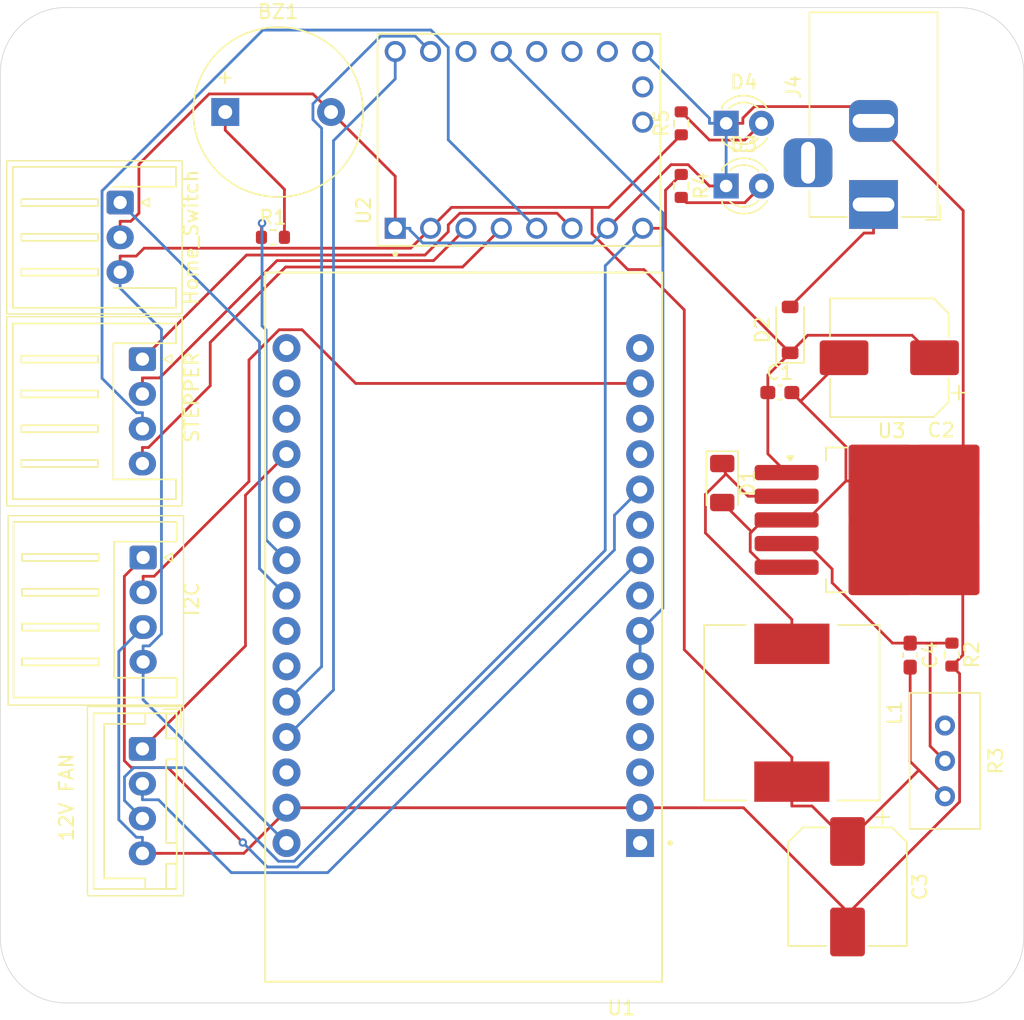
<source format=kicad_pcb>
(kicad_pcb (version 20240108) (generator "pcbnew") (generator_version "8.0")
  (layers (0 "F.Cu" signal) (31 "B.Cu" signal) (34 "B.Paste" user) (35 "F.Paste" user) (36 "B.SilkS" user "B.Silkscreen") (37 "F.SilkS" user "F.Silkscreen") (38 "B.Mask" user) (39 "F.Mask" user) (44 "Edge.Cuts" user))
  (net 0 "")
  (net 1 "GND")
  (net 10 "FAN_PWM")
  (net 11 "I2C_SDA")
  (net 12 "STEP")
  (net 13 "DIR")
  (net 14 "UART")
  (net 15 "Buzzer")
  (net 17 "Home_Switch")
  (net 24 "I2C_SCL")
  (net 27 "M1B")
  (net 32 "M2B")
  (net 34 "M2A")
  (net 35 "M1A")
  (net 37 "Net-(D1-K)")
  (net 38 "FAN_TACH")
  (net 39 "VCC")
  (net 40 "VM")
  (net 41 "Net-(U3-FB)")
  (net 42 "Net-(BZ1-+)")
  (net 43 "Net-(D2-A)")
  (net 44 "Net-(D3-A)")
  (net 45 "Net-(D4-A)")
  (footprint "LED_THT:LED_D3.0mm" (layer "F.Cu") (at 149.7424 52.9236)
    (property "Reference" "D4" (at 1.27 -2.96 0) (layer "F.SilkS"))
    (property "Value" "LED")
    (pad "1" thru_hole rect (at 0 0) (size 1.8 1.8) (drill 0.9) (layers "*.Cu" "*.Mask") (net 1 "GND"))
    (pad "2" thru_hole circle (at 2.54 0) (size 1.8 1.8) (drill 0.9) (layers "*.Cu" "*.Mask") (net 45 "Net-(D4-A)"))
  )
  (footprint "Resistor_SMD:R_0603_1608Metric" (layer "F.Cu") (at 146.5174 57.4236 -90)
    (property "Reference" "R4" (at 0 -1.43 90) (layer "F.SilkS"))
    (property "Value" "470Ω")
    (pad "1" smd roundrect (at -0.825 0 270) (size 0.8 0.95) (layers "F.Cu" "F.Paste" "F.Mask") (net 40 "VM"))
    (pad "2" smd roundrect (at 0.825 0 270) (size 0.8 0.95) (layers "F.Cu" "F.Paste" "F.Mask") (net 44 "Net-(D3-A)"))
  )
  (footprint "Inductor_SMD:L_12x12mm_H8mm" (layer "F.Cu") (at 154.4624 95.2636 -90)
    (property "Reference" "L1" (at 0 -7.4 90) (layer "F.SilkS"))
    (property "Value" "33uH")
    (pad "1" smd rect (at -4.95 0 270) (size 2.9 5.4) (layers "F.Cu" "F.Paste" "F.Mask") (net 37 "Net-(D1-K)"))
    (pad "2" smd rect (at 4.95 0 270) (size 2.9 5.4) (layers "F.Cu" "F.Paste" "F.Mask") (net 39 "VCC"))
  )
  (footprint "Resistor_SMD:R_0603_1608Metric" (layer "F.Cu") (at 117.1874 61.1136)
    (property "Reference" "R1" (at 0 -1.43 0) (layer "F.SilkS"))
    (property "Value" "220Ω")
    (pad "1" smd roundrect (at -0.825 0) (size 0.8 0.95) (layers "F.Cu" "F.Paste" "F.Mask") (net 15 "Buzzer"))
    (pad "2" smd roundrect (at 0.825 0) (size 0.8 0.95) (layers "F.Cu" "F.Paste" "F.Mask") (net 42 "Net-(BZ1-+)"))
  )
  (footprint "Capacitor_SMD:C_0603_1608Metric_Pad1.08x0.95mm_HandSolder" (layer "F.Cu") (at 153.5999 72.2636)
    (property "Reference" "C1" (at 0 -1.43 0) (layer "F.SilkS"))
    (property "Value" "0.1uF")
    (pad "1" smd roundrect (at -0.8625 0) (size 1.075 0.95) (layers "F.Cu" "F.Paste" "F.Mask") (net 40 "VM"))
    (pad "2" smd roundrect (at 0.8625 0) (size 1.075 0.95) (layers "F.Cu" "F.Paste" "F.Mask") (net 1 "GND"))
  )
  (footprint "Package_TO_SOT_SMD:TO-263-5_TabPin3" (layer "F.Cu") (at 161.7374 81.4136)
    (property "Reference" "U3" (at -0.109 -6.398 0) (layer "F.SilkS"))
    (property "Value" "LM2596S-ADJ")
    (pad "1" smd roundrect (at -7.65 -3.4) (size 4.6 1.1) (layers "F.Cu" "F.Paste" "F.Mask") (roundrect_rratio 0.227273) (net 40 "VM"))
    (pad "2" smd roundrect (at -7.65 -1.7) (size 4.6 1.1) (layers "F.Cu" "F.Paste" "F.Mask") (roundrect_rratio 0.227273) (net 37 "Net-(D1-K)"))
    (pad "3" smd roundrect (at -7.65 0) (size 4.6 1.1) (layers "F.Cu" "F.Paste" "F.Mask") (roundrect_rratio 0.227273) (net 1 "GND"))
    (pad "3" smd roundrect (at -0.925 -2.775) (size 4.55 5.25) (layers "F.Cu" "F.Paste") (roundrect_rratio 0.054945) (net 1 "GND"))
    (pad "3" smd roundrect (at -0.925 2.775) (size 4.55 5.25) (layers "F.Cu" "F.Paste") (roundrect_rratio 0.054945) (net 1 "GND"))
    (pad "3" smd roundrect (at 1.5 0) (size 9.4 10.8) (layers "F.Cu" "F.Mask") (roundrect_rratio 0.026596) (net 1 "GND"))
    (pad "3" smd roundrect (at 3.925 -2.775) (size 4.55 5.25) (layers "F.Cu" "F.Paste") (roundrect_rratio 0.054945) (net 1 "GND"))
    (pad "3" smd roundrect (at 3.925 2.775) (size 4.55 5.25) (layers "F.Cu" "F.Paste") (roundrect_rratio 0.054945) (net 1 "GND"))
    (pad "4" smd roundrect (at -7.65 1.7) (size 4.6 1.1) (layers "F.Cu" "F.Paste" "F.Mask") (roundrect_rratio 0.227273) (net 41 "Net-(U3-FB)"))
    (pad "5" smd roundrect (at -7.65 3.4) (size 4.6 1.1) (layers "F.Cu" "F.Paste" "F.Mask") (roundrect_rratio 0.227273) (net 1 "GND"))
  )
  (footprint "Potentiometer_THT:Potentiometer_Bourns_3296W_Vertical" (layer "F.Cu") (at 165.4624 101.2636 -90)
    (property "Reference" "R3" (at -2.54 -3.66 90) (layer "F.SilkS"))
    (property "Value" "R_Trim")
    (pad "1" thru_hole circle (at 0 0 270) (size 1.44 1.44) (drill 0.8) (layers "*.Cu" "*.Mask") (net 39 "VCC"))
    (pad "2" thru_hole circle (at -2.54 0 270) (size 1.44 1.44) (drill 0.8) (layers "*.Cu" "*.Mask") (net 41 "Net-(U3-FB)"))
    (pad "3" thru_hole circle (at -5.08 0 270) (size 1.44 1.44) (drill 0.8) (layers "*.Cu" "*.Mask"))
  )
  (footprint "TMC2209:MODULE_TMC2209_SILENTSTEPSTICK" (layer "F.Cu") (at 134.8624 54.1136 90)
    (property "Reference" "U2" (at -5.075 -11.155 90) (layer "F.SilkS"))
    (property "Value" "TMC2209_SILENTSTEPSTICK" (hide yes))
    (pad "1" thru_hole rect (at -6.35 -8.89 90) (size 1.508 1.508) (drill 1) (layers "*.Cu" "*.Mask") (net 1 "GND"))
    (pad "2" thru_hole circle (at -6.35 -6.35 90) (size 1.508 1.508) (drill 1) (layers "*.Cu" "*.Mask") (net 39 "VCC"))
    (pad "3" thru_hole circle (at -6.35 -3.81 90) (size 1.508 1.508) (drill 1) (layers "*.Cu" "*.Mask") (net 27 "M1B"))
    (pad "4" thru_hole circle (at -6.35 -1.27 90) (size 1.508 1.508) (drill 1) (layers "*.Cu" "*.Mask") (net 35 "M1A"))
    (pad "5" thru_hole circle (at -6.35 1.27 90) (size 1.508 1.508) (drill 1) (layers "*.Cu" "*.Mask") (net 34 "M2A"))
    (pad "6" thru_hole circle (at -6.35 3.81 90) (size 1.508 1.508) (drill 1) (layers "*.Cu" "*.Mask") (net 32 "M2B"))
    (pad "7" thru_hole circle (at -6.35 6.35 90) (size 1.508 1.508) (drill 1) (layers "*.Cu" "*.Mask") (net 1 "GND"))
    (pad "8" thru_hole circle (at -6.35 8.89 90) (size 1.508 1.508) (drill 1) (layers "*.Cu" "*.Mask") (net 40 "VM"))
    (pad "9" thru_hole circle (at 6.35 -8.89 90) (size 1.508 1.508) (drill 1) (layers "*.Cu" "*.Mask") (net 13 "DIR"))
    (pad "10" thru_hole circle (at 6.35 -6.35 90) (size 1.508 1.508) (drill 1) (layers "*.Cu" "*.Mask") (net 12 "STEP"))
    (pad "11" thru_hole circle (at 6.35 -3.81 90) (size 1.508 1.508) (drill 1) (layers "*.Cu" "*.Mask"))
    (pad "12" thru_hole circle (at 6.35 -1.27 90) (size 1.508 1.508) (drill 1) (layers "*.Cu" "*.Mask") (net 14 "UART"))
    (pad "13" thru_hole circle (at 6.35 1.27 90) (size 1.508 1.508) (drill 1) (layers "*.Cu" "*.Mask"))
    (pad "14" thru_hole circle (at 6.35 3.81 90) (size 1.508 1.508) (drill 1) (layers "*.Cu" "*.Mask"))
    (pad "15" thru_hole circle (at 6.35 6.35 90) (size 1.508 1.508) (drill 1) (layers "*.Cu" "*.Mask"))
    (pad "16" thru_hole circle (at 6.35 8.89 90) (size 1.508 1.508) (drill 1) (layers "*.Cu" "*.Mask") (net 1 "GND"))
    (pad "17" thru_hole circle (at 1.27 8.89 90) (size 1.508 1.508) (drill 1) (layers "*.Cu" "*.Mask"))
    (pad "18" thru_hole circle (at 3.81 8.89 90) (size 1.508 1.508) (drill 1) (layers "*.Cu" "*.Mask"))
  )
  (footprint "ESP32-DEVKIT-V1:MODULE_ESP32_DEVKIT_V1" (layer "F.Cu") (at 130.8624 89.1136 180)
    (property "Reference" "U1" (at -11.355 -27.36 0) (layer "F.SilkS"))
    (property "Value" "ESP32-DEVKIT-V1")
    (pad "" np_thru_hole circle (at -12.28 -23.475 180) (size 3 3) (drill 3) (layers "*.Cu" "*.Mask"))
    (pad "" np_thru_hole circle (at -12.28 23.475 180) (size 3 3) (drill 3) (layers "*.Cu" "*.Mask"))
    (pad "" np_thru_hole circle (at 12.23 -23.475 180) (size 3 3) (drill 3) (layers "*.Cu" "*.Mask"))
    (pad "" np_thru_hole circle (at 12.23 23.475 180) (size 3 3) (drill 3) (layers "*.Cu" "*.Mask"))
    (pad "1" thru_hole rect (at -12.7 -15.515 180) (size 2 2) (drill 1.02) (layers "*.Cu" "*.Mask"))
    (pad "2" thru_hole circle (at -12.7 -12.975 180) (size 2 2) (drill 1.02) (layers "*.Cu" "*.Mask") (net 1 "GND"))
    (pad "3" thru_hole circle (at -12.7 -10.435 180) (size 2 2) (drill 1.02) (layers "*.Cu" "*.Mask"))
    (pad "4" thru_hole circle (at -12.7 -7.895 180) (size 2 2) (drill 1.02) (layers "*.Cu" "*.Mask"))
    (pad "5" thru_hole circle (at -12.7 -5.355 180) (size 2 2) (drill 1.02) (layers "*.Cu" "*.Mask"))
    (pad "6" thru_hole circle (at -12.7 -2.815 180) (size 2 2) (drill 1.02) (layers "*.Cu" "*.Mask") (net 14 "UART"))
    (pad "7" thru_hole circle (at -12.7 -0.275 180) (size 2 2) (drill 1.02) (layers "*.Cu" "*.Mask") (net 14 "UART"))
    (pad "8" thru_hole circle (at -12.7 2.265 180) (size 2 2) (drill 1.02) (layers "*.Cu" "*.Mask"))
    (pad "9" thru_hole circle (at -12.7 4.805 180) (size 2 2) (drill 1.02) (layers "*.Cu" "*.Mask") (net 38 "FAN_TACH"))
    (pad "10" thru_hole circle (at -12.7 7.345 180) (size 2 2) (drill 1.02) (layers "*.Cu" "*.Mask"))
    (pad "11" thru_hole circle (at -12.7 9.885 180) (size 2 2) (drill 1.02) (layers "*.Cu" "*.Mask") (net 11 "I2C_SDA"))
    (pad "12" thru_hole circle (at -12.7 12.425 180) (size 2 2) (drill 1.02) (layers "*.Cu" "*.Mask"))
    (pad "13" thru_hole circle (at -12.7 14.965 180) (size 2 2) (drill 1.02) (layers "*.Cu" "*.Mask"))
    (pad "14" thru_hole circle (at -12.7 17.505 180) (size 2 2) (drill 1.02) (layers "*.Cu" "*.Mask") (net 24 "I2C_SCL"))
    (pad "15" thru_hole circle (at -12.7 20.045 180) (size 2 2) (drill 1.02) (layers "*.Cu" "*.Mask"))
    (pad "16" thru_hole circle (at 12.7 20.045 180) (size 2 2) (drill 1.02) (layers "*.Cu" "*.Mask"))
    (pad "17" thru_hole circle (at 12.7 17.505 180) (size 2 2) (drill 1.02) (layers "*.Cu" "*.Mask"))
    (pad "18" thru_hole circle (at 12.7 14.965 180) (size 2 2) (drill 1.02) (layers "*.Cu" "*.Mask"))
    (pad "19" thru_hole circle (at 12.7 12.425 180) (size 2 2) (drill 1.02) (layers "*.Cu" "*.Mask") (net 10 "FAN_PWM"))
    (pad "20" thru_hole circle (at 12.7 9.885 180) (size 2 2) (drill 1.02) (layers "*.Cu" "*.Mask"))
    (pad "21" thru_hole circle (at 12.7 7.345 180) (size 2 2) (drill 1.02) (layers "*.Cu" "*.Mask"))
    (pad "22" thru_hole circle (at 12.7 4.805 180) (size 2 2) (drill 1.02) (layers "*.Cu" "*.Mask") (net 15 "Buzzer"))
    (pad "23" thru_hole circle (at 12.7 2.265 180) (size 2 2) (drill 1.02) (layers "*.Cu" "*.Mask") (net 17 "Home_Switch"))
    (pad "24" thru_hole circle (at 12.7 -0.275 180) (size 2 2) (drill 1.02) (layers "*.Cu" "*.Mask"))
    (pad "25" thru_hole circle (at 12.7 -2.815 180) (size 2 2) (drill 1.02) (layers "*.Cu" "*.Mask"))
    (pad "26" thru_hole circle (at 12.7 -5.355 180) (size 2 2) (drill 1.02) (layers "*.Cu" "*.Mask") (net 12 "STEP"))
    (pad "27" thru_hole circle (at 12.7 -7.895 180) (size 2 2) (drill 1.02) (layers "*.Cu" "*.Mask") (net 13 "DIR"))
    (pad "28" thru_hole circle (at 12.7 -10.435 180) (size 2 2) (drill 1.02) (layers "*.Cu" "*.Mask"))
    (pad "29" thru_hole circle (at 12.7 -12.975 180) (size 2 2) (drill 1.02) (layers "*.Cu" "*.Mask") (net 1 "GND"))
    (pad "30" thru_hole circle (at 12.7 -15.515 180) (size 2 2) (drill 1.02) (layers "*.Cu" "*.Mask") (net 39 "VCC"))
  )
  (footprint "LED_THT:LED_D3.0mm" (layer "F.Cu") (at 149.7424 57.4236)
    (property "Reference" "D3" (at 1.27 -2.96 0) (layer "F.SilkS"))
    (property "Value" "LED")
    (pad "1" thru_hole rect (at 0 0) (size 1.8 1.8) (drill 0.9) (layers "*.Cu" "*.Mask") (net 1 "GND"))
    (pad "2" thru_hole circle (at 2.54 0) (size 1.8 1.8) (drill 0.9) (layers "*.Cu" "*.Mask") (net 44 "Net-(D3-A)"))
  )
  (footprint "Diode_SMD:D_SOD-123" (layer "F.Cu") (at 154.3374 67.7636 90)
    (property "Reference" "D2" (at 0 -2 90) (layer "F.SilkS"))
    (property "Value" "1N5819 ")
    (pad "1" smd roundrect (at -1.65 0 90) (size 0.9 1.2) (layers "F.Cu" "F.Paste" "F.Mask") (net 40 "VM"))
    (pad "2" smd roundrect (at 1.65 0 90) (size 0.9 1.2) (layers "F.Cu" "F.Paste" "F.Mask") (net 43 "Net-(D2-A)"))
  )
  (footprint "Buzzer_Beeper:Buzzer_12x9.5RM7.6" (layer "F.Cu") (at 113.7624 52.1136)
    (property "Reference" "BZ1" (at 3.8 -7.2 0) (layer "F.SilkS"))
    (property "Value" "Buzzer")
    (fp_text user "+" (at -0.01 -2.54 0) (layer "F.SilkS"))
    (pad "1" thru_hole rect (at 0 0) (size 2 2) (drill 1) (layers "*.Cu" "*.Mask") (net 42 "Net-(BZ1-+)"))
    (pad "2" thru_hole circle (at 7.6 0) (size 2 2) (drill 1) (layers "*.Cu" "*.Mask") (net 1 "GND"))
  )
  (footprint "Connector_JST:JST_XH_S3B-XH-A-1_1x03_P2.50mm_Horizontal" (layer "F.Cu") (at 106.2124 58.6136 -90)
    (property "Reference" "Home_Switch" (at 2.5 -5.1 90) (layer "F.SilkS"))
    (property "Value" "Home_Switch")
    (pad "1" thru_hole roundrect (at 0 0 270) (size 1.7 1.95) (drill 0.95) (layers "*.Cu" "*.Mask") (roundrect_rratio 0.147059) (net 17 "Home_Switch"))
    (pad "2" thru_hole oval (at 2.5 0 270) (size 1.7 1.95) (drill 0.95) (layers "*.Cu" "*.Mask") (net 1 "GND"))
    (pad "3" thru_hole oval (at 5 0 270) (size 1.7 1.95) (drill 0.95) (layers "*.Cu" "*.Mask") (net 39 "VCC"))
  )
  (footprint "Diode_SMD:D_1206_3216Metric" (layer "F.Cu") (at 149.4624 78.7636 -90)
    (property "Reference" "D1" (at 0 -1.82 90) (layer "F.SilkS"))
    (property "Value" "1N5822")
    (pad "1" smd roundrect (at -1.4 0 270) (size 1.25 1.75) (layers "F.Cu" "F.Paste" "F.Mask") (roundrect_rratio 0.2) (net 37 "Net-(D1-K)"))
    (pad "2" smd roundrect (at 1.4 0 270) (size 1.25 1.75) (layers "F.Cu" "F.Paste" "F.Mask") (roundrect_rratio 0.2) (net 1 "GND"))
  )
  (footprint "Connector_JST:JST_XH_B4B-XH-A_1x04_P2.50mm_Vertical" (layer "F.Cu") (at 107.8124 97.8636 -90)
    (property "Reference" "J5" (hide yes))
    (property "Value" "12V FAN" (at 3.4824 5.4504 -90) (layer "F.SilkS"))
    (pad "1" thru_hole roundrect (at 0 0 270) (size 1.7 1.95) (drill 0.95) (layers "*.Cu" "*.Mask") (roundrect_rratio 0.147059) (net 10 "FAN_PWM"))
    (pad "2" thru_hole oval (at 2.5 0 270) (size 1.7 1.95) (drill 0.95) (layers "*.Cu" "*.Mask") (net 38 "FAN_TACH"))
    (pad "3" thru_hole oval (at 5 0 270) (size 1.7 1.95) (drill 0.95) (layers "*.Cu" "*.Mask") (net 40 "VM"))
    (pad "4" thru_hole oval (at 7.5 0 270) (size 1.7 1.95) (drill 0.95) (layers "*.Cu" "*.Mask") (net 1 "GND"))
  )
  (footprint "Capacitor_SMD:C_0603_1608Metric_Pad1.08x0.95mm_HandSolder" (layer "F.Cu") (at 162.9624 91.1261 -90)
    (property "Reference" "C4" (at 0 -1.43 90) (layer "F.SilkS"))
    (property "Value" "C")
    (pad "1" smd roundrect (at -0.8625 0 270) (size 1.075 0.95) (layers "F.Cu" "F.Paste" "F.Mask") (net 41 "Net-(U3-FB)"))
    (pad "2" smd roundrect (at 0.8625 0 270) (size 1.075 0.95) (layers "F.Cu" "F.Paste" "F.Mask") (net 39 "VCC"))
  )
  (footprint "Capacitor_SMD:CP_Elec_8x10" (layer "F.Cu") (at 158.4624 107.7636 -90)
    (property "Reference" "C3" (at 0 -5.2 90) (layer "F.SilkS"))
    (property "Value" "220uF")
    (pad "1" smd roundrect (at -3.25 0 270) (size 3.5 2.5) (layers "F.Cu" "F.Paste" "F.Mask") (roundrect_rratio 0.1) (net 39 "VCC"))
    (pad "2" smd roundrect (at 3.25 0 270) (size 3.5 2.5) (layers "F.Cu" "F.Paste" "F.Mask") (roundrect_rratio 0.1) (net 1 "GND"))
  )
  (footprint "Connector_JST:JST_XH_S4B-XH-A_1x04_P2.50mm_Horizontal" (layer "F.Cu") (at 107.8624 84.1136 -90)
    (property "Reference" "J3" (hide yes))
    (property "Value" "I2C" (at 3 -3.5 90) (layer "F.SilkS"))
    (pad "1" thru_hole roundrect (at 0 0 270) (size 1.7 1.95) (drill 0.95) (layers "*.Cu" "*.Mask") (roundrect_rratio 0.147059) (net 11 "I2C_SDA"))
    (pad "2" thru_hole oval (at 2.5 0 270) (size 1.7 1.95) (drill 0.95) (layers "*.Cu" "*.Mask") (net 24 "I2C_SCL"))
    (pad "3" thru_hole oval (at 5 0 270) (size 1.7 1.95) (drill 0.95) (layers "*.Cu" "*.Mask") (net 1 "GND"))
    (pad "4" thru_hole oval (at 7.5 0 270) (size 1.7 1.95) (drill 0.95) (layers "*.Cu" "*.Mask") (net 39 "VCC"))
  )
  (footprint "Connector_JST:JST_XH_S4B-XH-A_1x04_P2.50mm_Horizontal" (layer "F.Cu") (at 107.8124 69.8636 -90)
    (property "Reference" "J2" (hide yes))
    (property "Value" "STEPPER" (at 2.75 -3.55 90) (layer "F.SilkS"))
    (pad "1" thru_hole roundrect (at 0 0 270) (size 1.7 1.95) (drill 0.95) (layers "*.Cu" "*.Mask") (roundrect_rratio 0.147059) (net 32 "M2B"))
    (pad "2" thru_hole oval (at 2.5 0 270) (size 1.7 1.95) (drill 0.95) (layers "*.Cu" "*.Mask") (net 27 "M1B"))
    (pad "3" thru_hole oval (at 5 0 270) (size 1.7 1.95) (drill 0.95) (layers "*.Cu" "*.Mask") (net 34 "M2A"))
    (pad "4" thru_hole oval (at 7.5 0 270) (size 1.7 1.95) (drill 0.95) (layers "*.Cu" "*.Mask") (net 35 "M1A"))
  )
  (footprint "Capacitor_SMD:CP_Elec_8x10" (layer "F.Cu") (at 161.4624 69.7636 180)
    (property "Reference" "C2" (at -3.722 -5.2 0) (layer "F.SilkS"))
    (property "Value" "100uF")
    (pad "1" smd roundrect (at -3.25 0 180) (size 3.5 2.5) (layers "F.Cu" "F.Paste" "F.Mask") (roundrect_rratio 0.1) (net 40 "VM"))
    (pad "2" smd roundrect (at 3.25 0 180) (size 3.5 2.5) (layers "F.Cu" "F.Paste" "F.Mask") (roundrect_rratio 0.1) (net 1 "GND"))
  )
  (footprint "Resistor_SMD:R_0603_1608Metric" (layer "F.Cu") (at 146.5174 52.9236 90)
    (property "Reference" "R5" (at 0 -1.43 90) (layer "F.SilkS"))
    (property "Value" "150Ω")
    (pad "1" smd roundrect (at -0.825 0 90) (size 0.8 0.95) (layers "F.Cu" "F.Paste" "F.Mask") (net 39 "VCC"))
    (pad "2" smd roundrect (at 0.825 0 90) (size 0.8 0.95) (layers "F.Cu" "F.Paste" "F.Mask") (net 45 "Net-(D4-A)"))
  )
  (footprint "Connector_BarrelJack:BarrelJack_Horizontal" (layer "F.Cu") (at 160.3299 58.7536 -90)
    (property "Reference" "J4" (at -8.45 5.75 90) (layer "F.SilkS"))
    (property "Value" "Barrel_Jack")
    (pad "1" thru_hole rect (at 0 0 270) (size 3.5 3.5) (drill oval 1 3) (layers "*.Cu" "*.Mask") (net 43 "Net-(D2-A)"))
    (pad "2" thru_hole roundrect (at -6 0 270) (size 3 3.5) (drill oval 1 3) (layers "*.Cu" "*.Mask") (net 1 "GND"))
    (pad "3" thru_hole roundrect (at -3 4.7 270) (size 3.5 3.5) (drill oval 3 1) (layers "*.Cu" "*.Mask"))
  )
  (footprint "Resistor_SMD:R_0603_1608Metric" (layer "F.Cu") (at 165.9624 91.0886 -90)
    (property "Reference" "R2" (at 0 -1.43 90) (layer "F.SilkS"))
    (property "Value" "1kΩ")
    (pad "1" smd roundrect (at -0.825 0 270) (size 0.8 0.95) (layers "F.Cu" "F.Paste" "F.Mask") (net 41 "Net-(U3-FB)"))
    (pad "2" smd roundrect (at 0.825 0 270) (size 0.8 0.95) (layers "F.Cu" "F.Paste" "F.Mask") (net 1 "GND"))
  )
  (gr_rect (start 98.1624 81.1136) (end 110.7624 94.7136) (stroke (width 0.1)) (fill none) (layer "F.SilkS"))
  (gr_rect (start 98.0624 55.6136) (end 110.6624 66.6136) (stroke (width 0.1)) (fill none) (layer "F.SilkS"))
  (gr_rect (start 103.8624 94.8136) (end 110.7624 108.4136) (stroke (width 0.1)) (fill none) (layer "F.SilkS"))
  (gr_rect (start 98.0624 66.8136) (end 110.6624 80.4136) (stroke (width 0.1)) (fill none) (layer "F.SilkS"))
  (gr_arc (start 171.118998 111.410198) (mid 169.7424 114.7336) (end 166.418998 116.110198) (stroke (width 0.05)) (layer "Edge.Cuts"))
  (gr_line (start 97.605802 111.410198) (end 97.605802 49.307002) (stroke (width 0.05)) (layer "Edge.Cuts"))
  (gr_line (start 102.305802 44.607002) (end 166.418998 44.607002) (stroke (width 0.05)) (layer "Edge.Cuts"))
  (gr_line (start 166.418998 116.110198) (end 102.305802 116.110198) (stroke (width 0.05)) (layer "Edge.Cuts"))
  (gr_line (start 171.118998 49.307002) (end 171.118998 111.410198) (stroke (width 0.05)) (layer "Edge.Cuts"))
  (gr_arc (start 166.418998 44.607002) (mid 169.7424 45.9836) (end 171.118998 49.307002) (stroke (width 0.05)) (layer "Edge.Cuts"))
  (gr_arc (start 97.605802 49.307002) (mid 98.9824 45.9836) (end 102.305802 44.607002) (stroke (width 0.05)) (layer "Edge.Cuts"))
  (gr_arc (start 102.305802 116.110198) (mid 98.9824 114.7336) (end 97.605802 111.410198) (stroke (width 0.05)) (layer "Edge.Cuts"))
  (segment (start 158.3489 76.1501) (end 155.0874 72.8886) (width 0.2) (layer "F.Cu") (net 1))
  (segment (start 115.095 105.3636) (end 118.1624 102.2962) (width 0.2) (layer "F.Cu") (net 1))
  (segment (start 151.4743 82.3637) (end 151.4743 83.6802) (width 0.2) (layer "F.Cu") (net 1))
  (segment (start 107.8124 105.3636) (end 109.0891 105.3636) (width 0.2) (layer "F.Cu") (net 1))
  (segment (start 158.3489 78.6153) (end 160.7891 78.6153) (width 0.2) (layer "F.Cu") (net 1))
  (segment (start 162.3749 82.6261) (end 160.8124 84.1886) (width 0.2) (layer "F.Cu") (net 1))
  (segment (start 166.7721 77.5289) (end 165.6624 78.6386) (width 0.2) (layer "F.Cu") (net 1))
  (segment (start 160.8124 78.6386) (end 163.2374 81.0636) (width 0.2) (layer "F.Cu") (net 1))
  (segment (start 120.0607 50.8119) (end 112.6085 50.8119) (width 0.2) (layer "F.Cu") (net 1))
  (segment (start 125.9724 56.7236) (end 121.3624 52.1136) (width 0.2) (layer "F.Cu") (net 1))
  (segment (start 145.7819 55.8941) (end 141.2124 60.4636) (width 0.2) (layer "F.Cu") (net 1))
  (segment (start 166.5132 92.4644) (end 166.5132 101.6671) (width 0.2) (layer "F.Cu") (net 1))
  (segment (start 154.0874 81.4136) (end 155.5506 81.4136) (width 0.2) (layer "F.Cu") (net 1))
  (segment (start 163.2374 81.0636) (end 163.2374 81.4136) (width 0.2) (layer "F.Cu") (net 1))
  (segment (start 159.2982 51.7219) (end 151.7702 51.7219) (width 0.2) (layer "F.Cu") (net 1))
  (segment (start 112.6085 50.8119) (end 107.5612 55.8592) (width 0.2) (layer "F.Cu") (net 1))
  (segment (start 158.2124 69.7636) (end 155.0874 72.8886) (width 0.2) (layer "F.Cu") (net 1))
  (segment (start 125.9724 60.4636) (end 125.9724 56.7236) (width 0.2) (layer "F.Cu") (net 1))
  (segment (start 163.2374 81.4136) (end 163.2374 82.6261) (width 0.2) (layer "F.Cu") (net 1))
  (segment (start 151.4743 83.6802) (end 152.6077 84.8136) (width 0.2) (layer "F.Cu") (net 1))
  (segment (start 166.7409 91.1351) (end 165.9624 91.9136) (width 0.2) (layer "F.Cu") (net 1))
  (segment (start 158.3489 78.6153) (end 158.3489 76.1501) (width 0.2) (layer "F.Cu") (net 1))
  (segment (start 166.7721 59.1958) (end 166.7721 77.5289) (width 0.2) (layer "F.Cu") (net 1))
  (segment (start 155.5506 81.4136) (end 158.3489 78.6153) (width 0.2) (layer "F.Cu") (net 1))
  (segment (start 158.6179 109.5624) (end 158.4624 109.5624) (width 0.2) (layer "F.Cu") (net 1))
  (segment (start 163.2374 82.6261) (end 162.3749 82.6261) (width 0.2) (layer "F.Cu") (net 1))
  (segment (start 166.7409 85.2671) (end 166.7409 91.1351) (width 0.2) (layer "F.Cu") (net 1))
  (segment (start 164.0999 82.6261) (end 163.2374 82.6261) (width 0.2) (layer "F.Cu") (net 1))
  (segment (start 149.7424 52.9236) (end 150.9441 52.9236) (width 0.2) (layer "F.Cu") (net 1))
  (segment (start 165.6624 84.1886) (end 164.0999 82.6261) (width 0.2) (layer "F.Cu") (net 1))
  (segment (start 160.3299 52.7536) (end 166.7721 59.1958) (width 0.2) (layer "F.Cu") (net 1))
  (segment (start 148.5407 57.4236) (end 147.0112 55.8941) (width 0.2) (layer "F.Cu") (net 1))
  (segment (start 158.4624 109.5624) (end 150.9886 102.0886) (width 0.2) (layer "F.Cu") (net 1))
  (segment (start 166.5132 101.6671) (end 158.6179 109.5624) (width 0.2) (layer "F.Cu") (net 1))
  (segment (start 165.9624 91.9136) (end 166.5132 92.4644) (width 0.2) (layer "F.Cu") (net 1))
  (segment (start 109.0891 105.3636) (end 115.095 105.3636) (width 0.2) (layer "F.Cu") (net 1))
  (segment (start 160.3299 52.7536) (end 159.2982 51.7219) (width 0.2) (layer "F.Cu") (net 1))
  (segment (start 150.9886 102.0886) (end 143.5624 102.0886) (width 0.2) (layer "F.Cu") (net 1))
  (segment (start 106.9798 59.9619) (end 106.2124 59.9619) (width 0.2) (layer "F.Cu") (net 1))
  (segment (start 152.4244 81.4136) (end 154.0874 81.4136) (width 0.2) (layer "F.Cu") (net 1))
  (segment (start 118.1624 102.2962) (end 118.1624 102.0886) (width 0.2) (layer "F.Cu") (net 1))
  (segment (start 165.6624 78.6386) (end 163.2374 81.0636) (width 0.2) (layer "F.Cu") (net 1))
  (segment (start 152.6077 84.8136) (end 154.0874 84.8136) (width 0.2) (layer "F.Cu") (net 1))
  (segment (start 165.6624 84.1886) (end 166.7409 85.2671) (width 0.2) (layer "F.Cu") (net 1))
  (segment (start 155.0874 72.8886) (end 154.4624 72.2636) (width 0.2) (layer "F.Cu") (net 1))
  (segment (start 160.7891 78.6153) (end 160.8124 78.6386) (width 0.2) (layer "F.Cu") (net 1))
  (segment (start 151.5684 82.2696) (end 151.4743 82.3637) (width 0.2) (layer "F.Cu") (net 1))
  (segment (start 149.7424 57.4236) (end 148.5407 57.4236) (width 0.2) (layer "F.Cu") (net 1))
  (segment (start 147.0112 55.8941) (end 145.7819 55.8941) (width 0.2) (layer "F.Cu") (net 1))
  (segment (start 151.7702 51.7219) (end 150.9441 52.548) (width 0.2) (layer "F.Cu") (net 1))
  (segment (start 107.5612 55.8592) (end 107.5612 59.3805) (width 0.2) (layer "F.Cu") (net 1))
  (segment (start 150.9441 52.548) (end 150.9441 52.9236) (width 0.2) (layer "F.Cu") (net 1))
  (segment (start 151.5684 82.2696) (end 152.4244 81.4136) (width 0.2) (layer "F.Cu") (net 1))
  (segment (start 143.5624 102.0886) (end 118.1624 102.0886) (width 0.2) (layer "F.Cu") (net 1))
  (segment (start 106.2124 61.1136) (end 106.2124 59.9619) (width 0.2) (layer "F.Cu") (net 1))
  (segment (start 151.5684 82.2696) (end 149.4624 80.1636) (width 0.2) (layer "F.Cu") (net 1))
  (segment (start 121.3624 52.1136) (end 120.0607 50.8119) (width 0.2) (layer "F.Cu") (net 1))
  (segment (start 158.4624 111.0136) (end 158.4624 109.5624) (width 0.2) (layer "F.Cu") (net 1))
  (segment (start 107.5612 59.3805) (end 106.9798 59.9619) (width 0.2) (layer "F.Cu") (net 1))
  (segment (start 148.5407 52.9236) (end 148.5407 52.5519) (width 0.2) (layer "B.Cu") (net 1))
  (segment (start 140.1567 61.5193) (end 127.9517 61.5193) (width 0.2) (layer "B.Cu") (net 1))
  (segment (start 107.8124 104.2119) (end 107.3805 104.2119) (width 0.2) (layer "B.Cu") (net 1))
  (segment (start 107.8124 105.3636) (end 107.8124 104.2119) (width 0.2) (layer "B.Cu") (net 1))
  (segment (start 148.5407 52.5519) (end 143.7524 47.7636) (width 0.2) (layer "B.Cu") (net 1))
  (segment (start 125.9724 60.4636) (end 127.0281 60.4636) (width 0.2) (layer "B.Cu") (net 1))
  (segment (start 141.2124 60.4636) (end 140.1567 61.5193) (width 0.2) (layer "B.Cu") (net 1))
  (segment (start 149.7424 52.9236) (end 148.5407 52.9236) (width 0.2) (layer "B.Cu") (net 1))
  (segment (start 106.114 90.862) (end 107.8624 89.1136) (width 0.2) (layer "B.Cu") (net 1))
  (segment (start 149.7424 57.4236) (end 149.7424 52.9236) (width 0.2) (layer "B.Cu") (net 1))
  (segment (start 127.9517 61.5193) (end 127.0281 60.5957) (width 0.2) (layer "B.Cu") (net 1))
  (segment (start 106.114 102.9454) (end 106.114 90.862) (width 0.2) (layer "B.Cu") (net 1))
  (segment (start 127.0281 60.5957) (end 127.0281 60.4636) (width 0.2) (layer "B.Cu") (net 1))
  (segment (start 107.3805 104.2119) (end 106.114 102.9454) (width 0.2) (layer "B.Cu") (net 1))
  (segment (start 115.2141 79.6369) (end 118.1624 76.6886) (width 0.2) (layer "F.Cu") (net 10))
  (segment (start 115.2141 90.4619) (end 115.2141 79.6369) (width 0.2) (layer "F.Cu") (net 10))
  (segment (start 107.8124 97.8636) (end 115.2141 90.4619) (width 0.2) (layer "F.Cu") (net 10))
  (segment (start 106.5138 85.4622) (end 106.5138 98.7135) (width 0.2) (layer "F.Cu") (net 11))
  (segment (start 106.5138 98.7135) (end 107.0096 99.2093) (width 0.2) (layer "F.Cu") (net 11))
  (segment (start 107.8624 84.1136) (end 106.5138 85.4622) (width 0.2) (layer "F.Cu") (net 11))
  (segment (start 107.0096 99.2093) (end 109.645 99.2093) (width 0.2) (layer "F.Cu") (net 11))
  (segment (start 109.645 99.2093) (end 115.0217 104.586) (width 0.2) (layer "F.Cu") (net 11))
  (via (at 115.0217 104.586) (size 0.6) (drill 0.3) (layers "F.Cu" "B.Cu") (net 11))
  (segment (start 115.0217 104.586) (end 116.7791 106.3434) (width 0.2) (layer "B.Cu") (net 11))
  (segment (start 116.7791 106.3434) (end 118.9419 106.3434) (width 0.2) (layer "B.Cu") (net 11))
  (segment (start 141.719 81.072) (end 143.5624 79.2286) (width 0.2) (layer "B.Cu") (net 11))
  (segment (start 141.719 83.5663) (end 141.719 81.072) (width 0.2) (layer "B.Cu") (net 11))
  (segment (start 118.9419 106.3434) (end 141.719 83.5663) (width 0.2) (layer "B.Cu") (net 11))
  (segment (start 120.6841 91.9469) (end 120.6841 53.2762) (width 0.2) (layer "B.Cu") (net 12))
  (segment (start 120.6841 53.2762) (end 120.0607 52.6528) (width 0.2) (layer "B.Cu") (net 12))
  (segment (start 127.4154 46.6666) (end 128.5124 47.7636) (width 0.2) (layer "B.Cu") (net 12))
  (segment (start 120.0607 52.6528) (end 120.0607 51.5191) (width 0.2) (layer "B.Cu") (net 12))
  (segment (start 118.1624 94.4686) (end 120.6841 91.9469) (width 0.2) (layer "B.Cu") (net 12))
  (segment (start 124.9132 46.6666) (end 127.4154 46.6666) (width 0.2) (layer "B.Cu") (net 12))
  (segment (start 120.0607 51.5191) (end 124.9132 46.6666) (width 0.2) (layer "B.Cu") (net 12))
  (segment (start 121.5382 54.1719) (end 125.9724 49.7377) (width 0.2) (layer "B.Cu") (net 13))
  (segment (start 125.9724 49.7377) (end 125.9724 47.7636) (width 0.2) (layer "B.Cu") (net 13))
  (segment (start 118.1624 97.0086) (end 121.5382 93.6328) (width 0.2) (layer "B.Cu") (net 13))
  (segment (start 121.5382 93.6328) (end 121.5382 54.1719) (width 0.2) (layer "B.Cu") (net 13))
  (segment (start 143.5624 89.3886) (end 145.1983 87.7527) (width 0.2) (layer "B.Cu") (net 14))
  (segment (start 143.5624 91.9286) (end 143.5624 89.3886) (width 0.2) (layer "B.Cu") (net 14))
  (segment (start 145.1983 59.3695) (end 133.5924 47.7636) (width 0.2) (layer "B.Cu") (net 14))
  (segment (start 145.1983 87.7527) (end 145.1983 59.3695) (width 0.2) (layer "B.Cu") (net 14))
  (segment (start 116.3624 61.1136) (end 116.3624 60.1426) (width 0.2) (layer "F.Cu") (net 15))
  (segment (start 116.3624 60.1426) (end 116.4045 60.1005) (width 0.2) (layer "F.Cu") (net 15))
  (via (at 116.4045 60.1005) (size 0.6) (drill 0.3) (layers "F.Cu" "B.Cu") (net 15))
  (segment (start 116.6922 82.8384) (end 116.6922 67.7628) (width 0.2) (layer "B.Cu") (net 15))
  (segment (start 116.4045 67.4751) (end 116.4045 60.1005) (width 0.2) (layer "B.Cu") (net 15))
  (segment (start 118.1624 84.3086) (end 116.6922 82.8384) (width 0.2) (layer "B.Cu") (net 15))
  (segment (start 116.6922 67.7628) (end 116.4045 67.4751) (width 0.2) (layer "B.Cu") (net 15))
  (segment (start 106.2124 58.6136) (end 116.2213 68.6225) (width 0.2) (layer "B.Cu") (net 17))
  (segment (start 116.2213 84.9075) (end 118.1624 86.8486) (width 0.2) (layer "B.Cu") (net 17))
  (segment (start 116.2213 68.6225) (end 116.2213 84.9075) (width 0.2) (layer "B.Cu") (net 17))
  (segment (start 115.4671 78.649) (end 115.4671 69.9183) (width 0.2) (layer "F.Cu") (net 24))
  (segment (start 117.6339 67.7515) (end 119.2779 67.7515) (width 0.2) (layer "F.Cu") (net 24))
  (segment (start 108.6542 85.4619) (end 115.4671 78.649) (width 0.2) (layer "F.Cu") (net 24))
  (segment (start 115.4671 69.9183) (end 117.6339 67.7515) (width 0.2) (layer "F.Cu") (net 24))
  (segment (start 123.135 71.6086) (end 143.5624 71.6086) (width 0.2) (layer "F.Cu") (net 24))
  (segment (start 107.8624 85.4619) (end 108.6542 85.4619) (width 0.2) (layer "F.Cu") (net 24))
  (segment (start 119.2779 67.7515) (end 123.135 71.6086) (width 0.2) (layer "F.Cu") (net 24))
  (segment (start 107.8624 86.6136) (end 107.8624 85.4619) (width 0.2) (layer "F.Cu") (net 24))
  (segment (start 107.8124 72.3636) (end 107.8124 71.2119) (width 0.2) (layer "F.Cu") (net 27))
  (segment (start 117.4729 62.7867) (end 109.0477 71.2119) (width 0.2) (layer "F.Cu") (net 27))
  (segment (start 128.7293 62.7867) (end 117.4729 62.7867) (width 0.2) (layer "F.Cu") (net 27))
  (segment (start 131.0524 60.4636) (end 128.7293 62.7867) (width 0.2) (layer "F.Cu") (net 27))
  (segment (start 109.0477 71.2119) (end 107.8124 71.2119) (width 0.2) (layer "F.Cu") (net 27))
  (segment (start 137.594 59.3852) (end 130.6113 59.3852) (width 0.2) (layer "F.Cu") (net 32))
  (segment (start 129.7824 60.7128) (end 128.1102 62.385) (width 0.2) (layer "F.Cu") (net 32))
  (segment (start 130.6113 59.3852) (end 129.7824 60.2141) (width 0.2) (layer "F.Cu") (net 32))
  (segment (start 128.1102 62.385) (end 115.291 62.385) (width 0.2) (layer "F.Cu") (net 32))
  (segment (start 115.291 62.385) (end 107.8124 69.8636) (width 0.2) (layer "F.Cu") (net 32))
  (segment (start 138.6724 60.4636) (end 137.594 59.3852) (width 0.2) (layer "F.Cu") (net 32))
  (segment (start 129.7824 60.2141) (end 129.7824 60.7128) (width 0.2) (layer "F.Cu") (net 32))
  (segment (start 128.5362 46.2252) (end 129.7824 47.4714) (width 0.2) (layer "B.Cu") (net 34))
  (segment (start 129.7824 47.4714) (end 129.7824 54.1136) (width 0.2) (layer "B.Cu") (net 34))
  (segment (start 116.4627 46.2252) (end 128.5362 46.2252) (width 0.2) (layer "B.Cu") (net 34))
  (segment (start 104.9114 57.7765) (end 116.4627 46.2252) (width 0.2) (layer "B.Cu") (net 34))
  (segment (start 129.7824 54.1136) (end 136.1324 60.4636) (width 0.2) (layer "B.Cu") (net 34))
  (segment (start 104.9114 71.2428) (end 104.9114 57.7765) (width 0.2) (layer "B.Cu") (net 34))
  (segment (start 107.8124 73.7119) (end 107.3805 73.7119) (width 0.2) (layer "B.Cu") (net 34))
  (segment (start 107.3805 73.7119) (end 104.9114 71.2428) (width 0.2) (layer "B.Cu") (net 34))
  (segment (start 107.8124 74.8636) (end 107.8124 73.7119) (width 0.2) (layer "B.Cu") (net 34))
  (segment (start 130.81 63.246) (end 133.5924 60.4636) (width 0.2) (layer "F.Cu") (net 35))
  (segment (start 112.6836 68.6587) (end 118.0963 63.246) (width 0.2) (layer "F.Cu") (net 35))
  (segment (start 118.0963 63.246) (end 130.81 63.246) (width 0.2) (layer "F.Cu") (net 35))
  (segment (start 107.8124 77.3636) (end 107.8124 76.2119) (width 0.2) (layer "F.Cu") (net 35))
  (segment (start 107.8124 76.2119) (end 108.2443 76.2119) (width 0.2) (layer "F.Cu") (net 35))
  (segment (start 112.6836 71.7726) (end 112.6836 68.6587) (width 0.2) (layer "F.Cu") (net 35))
  (segment (start 108.2443 76.2119) (end 112.6836 71.7726) (width 0.2) (layer "F.Cu") (net 35))
  (segment (start 150.214 84.3135) (end 150.214 84.3113) (width 0.2) (layer "F.Cu") (net 37))
  (segment (start 149.7239 78.113) (end 149.6791 78.0683) (width 0.2) (layer "F.Cu") (net 37))
  (segment (start 154.0874 79.7136) (end 151.3244 79.7136) (width 0.2) (layer "F.Cu") (net 37))
  (segment (start 154.4624 88.5619) (end 150.214 84.3135) (width 0.2) (layer "F.Cu") (net 37))
  (segment (start 151.3244 79.7136) (end 149.7239 78.113) (width 0.2) (layer "F.Cu") (net 37))
  (segment (start 148.2556 82.3529) (end 148.2556 79.5813) (width 0.2) (layer "F.Cu") (net 37))
  (segment (start 149.6791 78.0683) (end 149.6791 77.5803) (width 0.2) (layer "F.Cu") (net 37))
  (segment (start 154.4624 90.3136) (end 154.4624 88.5619) (width 0.2) (layer "F.Cu") (net 37))
  (segment (start 148.2556 79.5813) (end 149.7239 78.113) (width 0.2) (layer "F.Cu") (net 37))
  (segment (start 149.6791 77.5803) (end 149.4624 77.3636) (width 0.2) (layer "F.Cu") (net 37))
  (segment (start 150.214 84.3113) (end 148.2556 82.3529) (width 0.2) (layer "F.Cu") (net 37))
  (segment (start 114.1997 106.7509) (end 121.1201 106.7509) (width 0.2) (layer "B.Cu") (net 38))
  (segment (start 107.8124 101.5153) (end 108.9641 101.5153) (width 0.2) (layer "B.Cu") (net 38))
  (segment (start 108.9641 101.5153) (end 114.1997 106.7509) (width 0.2) (layer "B.Cu") (net 38))
  (segment (start 107.8124 100.3636) (end 107.8124 101.5153) (width 0.2) (layer "B.Cu") (net 38))
  (segment (start 121.1201 106.7509) (end 143.5624 84.3086) (width 0.2) (layer "B.Cu") (net 38))
  (segment (start 140.1127 60.8599) (end 142.6821 63.4293) (width 0.2) (layer "F.Cu") (net 39))
  (segment (start 154.4624 100.2136) (end 154.4624 101.9653) (width 0.2) (layer "F.Cu") (net 39))
  (segment (start 140.1127 58.9609) (end 130.0151 58.9609) (width 0.2) (layer "F.Cu") (net 39))
  (segment (start 155.9141 101.9653) (end 154.4624 101.9653) (width 0.2) (layer "F.Cu") (net 39))
  (segment (start 141.3051 58.9609) (end 140.1127 58.9609) (width 0.2) (layer "F.Cu") (net 39))
  (segment (start 145.3512 64.9404) (end 146.7358 66.325) (width 0.2) (layer "F.Cu") (net 39))
  (segment (start 127.0806 61.8954) (end 107.9306 61.8954) (width 0.2) (layer "F.Cu") (net 39))
  (segment (start 163.5874 99.3886) (end 162.9624 98.7636) (width 0.2) (layer "F.Cu") (net 39))
  (segment (start 130.0151 58.9609) (end 128.5124 60.4636) (width 0.2) (layer "F.Cu") (net 39))
  (segment (start 143.838 63.4293) (end 145.3491 64.9404) (width 0.2) (layer "F.Cu") (net 39))
  (segment (start 163.5874 99.3886) (end 158.4624 104.5136) (width 0.2) (layer "F.Cu") (net 39))
  (segment (start 140.1127 58.9609) (end 140.1127 60.8599) (width 0.2) (layer "F.Cu") (net 39))
  (segment (start 158.4624 104.5136) (end 155.9141 101.9653) (width 0.2) (layer "F.Cu") (net 39))
  (segment (start 146.5174 53.7486) (end 141.3051 58.9609) (width 0.2) (layer "F.Cu") (net 39))
  (segment (start 107.3641 62.4619) (end 106.2124 62.4619) (width 0.2) (layer "F.Cu") (net 39))
  (segment (start 145.3491 64.9404) (end 145.3512 64.9404) (width 0.2) (layer "F.Cu") (net 39))
  (segment (start 154.4624 100.2136) (end 154.4624 98.4619) (width 0.2) (layer "F.Cu") (net 39))
  (segment (start 128.5124 60.4636) (end 127.0806 61.8954) (width 0.2) (layer "F.Cu") (net 39))
  (segment (start 146.7358 66.325) (end 146.7358 90.7353) (width 0.2) (layer "F.Cu") (net 39))
  (segment (start 165.4624 101.2636) (end 163.5874 99.3886) (width 0.2) (layer "F.Cu") (net 39))
  (segment (start 107.9306 61.8954) (end 107.3641 62.4619) (width 0.2) (layer "F.Cu") (net 39))
  (segment (start 142.6821 63.4293) (end 143.838 63.4293) (width 0.2) (layer "F.Cu") (net 39))
  (segment (start 162.9624 98.7636) (end 162.9624 91.9886) (width 0.2) (layer "F.Cu") (net 39))
  (segment (start 146.7358 90.7353) (end 154.4624 98.4619) (width 0.2) (layer "F.Cu") (net 39))
  (segment (start 106.2124 63.6136) (end 106.2124 62.4619) (width 0.2) (layer "F.Cu") (net 39))
  (segment (start 108.3141 90.4619) (end 107.8624 90.4619) (width 0.2) (layer "B.Cu") (net 39))
  (segment (start 109.1782 67.7311) (end 109.1782 89.5978) (width 0.2) (layer "B.Cu") (net 39))
  (segment (start 107.8624 91.6136) (end 107.8624 94.3286) (width 0.2) (layer "B.Cu") (net 39))
  (segment (start 106.2124 63.6136) (end 106.2124 64.7653) (width 0.2) (layer "B.Cu") (net 39))
  (segment (start 109.1782 89.5978) (end 108.3141 90.4619) (width 0.2) (layer "B.Cu") (net 39))
  (segment (start 107.8624 91.6136) (end 107.8624 90.4619) (width 0.2) (layer "B.Cu") (net 39))
  (segment (start 107.8624 94.3286) (end 118.1624 104.6286) (width 0.2) (layer "B.Cu") (net 39))
  (segment (start 106.2124 64.7653) (end 109.1782 67.7311) (width 0.2) (layer "B.Cu") (net 39))
  (segment (start 145.3874 57.7286) (end 146.5174 56.5986) (width 0.2) (layer "F.Cu") (net 40))
  (segment (start 163.0987 68.1499) (end 155.6011 68.1499) (width 0.2) (layer "F.Cu") (net 40))
  (segment (start 152.7374 71.0136) (end 152.7374 72.2636) (width 0.2) (layer "F.Cu") (net 40))
  (segment (start 155.6011 68.1499) (end 154.3374 69.4136) (width 0.2) (layer "F.Cu") (net 40))
  (segment (start 152.7374 72.2636) (end 152.7374 76.6636) (width 0.2) (layer "F.Cu") (net 40))
  (segment (start 145.3874 60.4636) (end 145.3874 57.7286) (width 0.2) (layer "F.Cu") (net 40))
  (segment (start 154.3374 69.4136) (end 145.3874 60.4636) (width 0.2) (layer "F.Cu") (net 40))
  (segment (start 145.3874 60.4636) (end 143.7524 60.4636) (width 0.2) (layer "F.Cu") (net 40))
  (segment (start 154.3374 69.4136) (end 152.7374 71.0136) (width 0.2) (layer "F.Cu") (net 40))
  (segment (start 152.7374 76.6636) (end 154.0874 78.0136) (width 0.2) (layer "F.Cu") (net 40))
  (segment (start 164.7124 69.7636) (end 163.0987 68.1499) (width 0.2) (layer "F.Cu") (net 40))
  (segment (start 110.861 99.2093) (end 107.1898 99.2093) (width 0.2) (layer "B.Cu") (net 40))
  (segment (start 106.5231 99.876) (end 106.5231 101.5743) (width 0.2) (layer "B.Cu") (net 40))
  (segment (start 117.5876 105.9359) (end 110.861 99.2093) (width 0.2) (layer "B.Cu") (net 40))
  (segment (start 141.0586 63.1574) (end 141.0586 83.5893) (width 0.2) (layer "B.Cu") (net 40))
  (segment (start 107.1898 99.2093) (end 106.5231 99.876) (width 0.2) (layer "B.Cu") (net 40))
  (segment (start 141.0586 83.5893) (end 118.712 105.9359) (width 0.2) (layer "B.Cu") (net 40))
  (segment (start 118.712 105.9359) (end 117.5876 105.9359) (width 0.2) (layer "B.Cu") (net 40))
  (segment (start 106.5231 101.5743) (end 107.8124 102.8636) (width 0.2) (layer "B.Cu") (net 40))
  (segment (start 143.7524 60.4636) (end 141.0586 63.1574) (width 0.2) (layer "B.Cu") (net 40))
  (segment (start 164.397 90.2636) (end 165.9624 90.2636) (width 0.2) (layer "F.Cu") (net 41))
  (segment (start 157.3596 85.9277) (end 157.3596 84.9451) (width 0.2) (layer "F.Cu") (net 41))
  (segment (start 162.9624 90.2636) (end 161.6955 90.2636) (width 0.2) (layer "F.Cu") (net 41))
  (segment (start 157.3596 84.9451) (end 155.5281 83.1136) (width 0.2) (layer "F.Cu") (net 41))
  (segment (start 164.397 97.6582) (end 165.4624 98.7236) (width 0.2) (layer "F.Cu") (net 41))
  (segment (start 164.397 90.2636) (end 162.9624 90.2636) (width 0.2) (layer "F.Cu") (net 41))
  (segment (start 164.397 90.2636) (end 164.397 97.6582) (width 0.2) (layer "F.Cu") (net 41))
  (segment (start 161.6955 90.2636) (end 157.3596 85.9277) (width 0.2) (layer "F.Cu") (net 41))
  (segment (start 155.5281 83.1136) (end 154.0874 83.1136) (width 0.2) (layer "F.Cu") (net 41))
  (segment (start 113.7624 52.1136) (end 113.7624 53.4153) (width 0.2) (layer "F.Cu") (net 42))
  (segment (start 113.7624 53.4153) (end 118.0124 57.6653) (width 0.2) (layer "F.Cu") (net 42))
  (segment (start 118.0124 57.6653) (end 118.0124 61.1136) (width 0.2) (layer "F.Cu") (net 42))
  (segment (start 159.6457 60.8053) (end 154.3374 66.1136) (width 0.2) (layer "F.Cu") (net 43))
  (segment (start 160.3299 60.8053) (end 159.6457 60.8053) (width 0.2) (layer "F.Cu") (net 43))
  (segment (start 160.3299 58.7536) (end 160.3299 60.8053) (width 0.2) (layer "F.Cu") (net 43))
  (segment (start 146.5174 58.2486) (end 146.8941 58.6253) (width 0.2) (layer "F.Cu") (net 44))
  (segment (start 151.0807 58.6253) (end 152.2824 57.4236) (width 0.2) (layer "F.Cu") (net 44))
  (segment (start 146.8941 58.6253) (end 151.0807 58.6253) (width 0.2) (layer "F.Cu") (net 44))
  (segment (start 151.0807 54.1253) (end 148.5441 54.1253) (width 0.2) (layer "F.Cu") (net 45))
  (segment (start 152.2824 52.9236) (end 151.0807 54.1253) (width 0.2) (layer "F.Cu") (net 45))
  (segment (start 148.5441 54.1253) (end 146.5174 52.0986) (width 0.2) (layer "F.Cu") (net 45))
)
</source>
